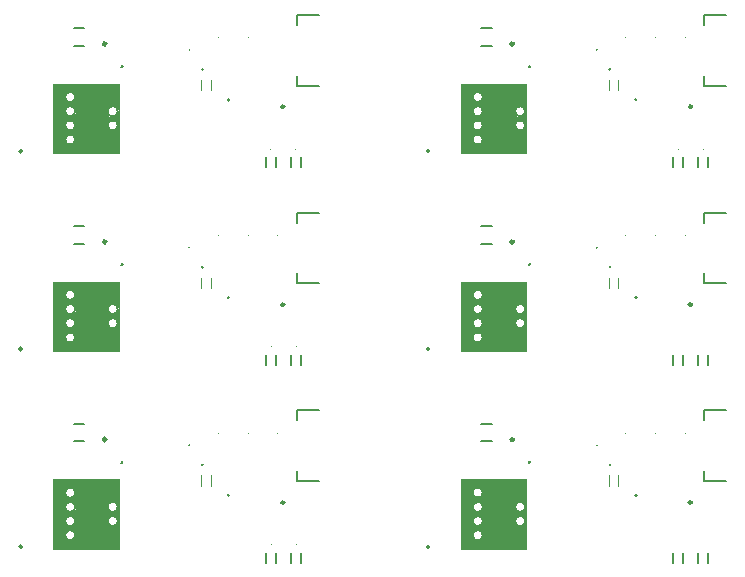
<source format=gbr>
%TF.GenerationSoftware,KiCad,Pcbnew,(5.1.9)-1*%
%TF.CreationDate,2021-11-10T23:35:07-06:00*%
%TF.ProjectId,CC_BT_PANELIZED,43435f42-545f-4504-914e-454c495a4544,000*%
%TF.SameCoordinates,Original*%
%TF.FileFunction,Legend,Top*%
%TF.FilePolarity,Positive*%
%FSLAX46Y46*%
G04 Gerber Fmt 4.6, Leading zero omitted, Abs format (unit mm)*
G04 Created by KiCad (PCBNEW (5.1.9)-1) date 2021-11-10 23:35:07*
%MOMM*%
%LPD*%
G01*
G04 APERTURE LIST*
%ADD10C,0.100000*%
%ADD11C,0.150000*%
%ADD12C,0.120000*%
%ADD13C,0.250000*%
%ADD14C,0.152400*%
%ADD15C,0.200000*%
%ADD16C,0.300000*%
%ADD17C,0.127000*%
G04 APERTURE END LIST*
D10*
G36*
X108410000Y-80530000D02*
G01*
X108840000Y-80330000D01*
X108840000Y-80960000D01*
X108400000Y-80800000D01*
X107950000Y-80970000D01*
X107950000Y-80300000D01*
X108410000Y-80530000D01*
G37*
X108410000Y-80530000D02*
X108840000Y-80330000D01*
X108840000Y-80960000D01*
X108400000Y-80800000D01*
X107950000Y-80970000D01*
X107950000Y-80300000D01*
X108410000Y-80530000D01*
G36*
X73910000Y-80530000D02*
G01*
X74340000Y-80330000D01*
X74340000Y-80960000D01*
X73900000Y-80800000D01*
X73450000Y-80970000D01*
X73450000Y-80300000D01*
X73910000Y-80530000D01*
G37*
X73910000Y-80530000D02*
X74340000Y-80330000D01*
X74340000Y-80960000D01*
X73900000Y-80800000D01*
X73450000Y-80970000D01*
X73450000Y-80300000D01*
X73910000Y-80530000D01*
G36*
X108410000Y-63780000D02*
G01*
X108840000Y-63580000D01*
X108840000Y-64210000D01*
X108400000Y-64050000D01*
X107950000Y-64220000D01*
X107950000Y-63550000D01*
X108410000Y-63780000D01*
G37*
X108410000Y-63780000D02*
X108840000Y-63580000D01*
X108840000Y-64210000D01*
X108400000Y-64050000D01*
X107950000Y-64220000D01*
X107950000Y-63550000D01*
X108410000Y-63780000D01*
G36*
X73910000Y-63780000D02*
G01*
X74340000Y-63580000D01*
X74340000Y-64210000D01*
X73900000Y-64050000D01*
X73450000Y-64220000D01*
X73450000Y-63550000D01*
X73910000Y-63780000D01*
G37*
X73910000Y-63780000D02*
X74340000Y-63580000D01*
X74340000Y-64210000D01*
X73900000Y-64050000D01*
X73450000Y-64220000D01*
X73450000Y-63550000D01*
X73910000Y-63780000D01*
G36*
X108410000Y-47030000D02*
G01*
X108840000Y-46830000D01*
X108840000Y-47460000D01*
X108400000Y-47300000D01*
X107950000Y-47470000D01*
X107950000Y-46800000D01*
X108410000Y-47030000D01*
G37*
X108410000Y-47030000D02*
X108840000Y-46830000D01*
X108840000Y-47460000D01*
X108400000Y-47300000D01*
X107950000Y-47470000D01*
X107950000Y-46800000D01*
X108410000Y-47030000D01*
G36*
X110040000Y-81960000D02*
G01*
X108820000Y-81960000D01*
X108820000Y-80550000D01*
X110040000Y-80550000D01*
X110040000Y-81960000D01*
G37*
X110040000Y-81960000D02*
X108820000Y-81960000D01*
X108820000Y-80550000D01*
X110040000Y-80550000D01*
X110040000Y-81960000D01*
G36*
X75540000Y-81960000D02*
G01*
X74320000Y-81960000D01*
X74320000Y-80550000D01*
X75540000Y-80550000D01*
X75540000Y-81960000D01*
G37*
X75540000Y-81960000D02*
X74320000Y-81960000D01*
X74320000Y-80550000D01*
X75540000Y-80550000D01*
X75540000Y-81960000D01*
G36*
X110040000Y-65210000D02*
G01*
X108820000Y-65210000D01*
X108820000Y-63800000D01*
X110040000Y-63800000D01*
X110040000Y-65210000D01*
G37*
X110040000Y-65210000D02*
X108820000Y-65210000D01*
X108820000Y-63800000D01*
X110040000Y-63800000D01*
X110040000Y-65210000D01*
G36*
X75540000Y-65210000D02*
G01*
X74320000Y-65210000D01*
X74320000Y-63800000D01*
X75540000Y-63800000D01*
X75540000Y-65210000D01*
G37*
X75540000Y-65210000D02*
X74320000Y-65210000D01*
X74320000Y-63800000D01*
X75540000Y-63800000D01*
X75540000Y-65210000D01*
G36*
X110040000Y-48460000D02*
G01*
X108820000Y-48460000D01*
X108820000Y-47050000D01*
X110040000Y-47050000D01*
X110040000Y-48460000D01*
G37*
X110040000Y-48460000D02*
X108820000Y-48460000D01*
X108820000Y-47050000D01*
X110040000Y-47050000D01*
X110040000Y-48460000D01*
D11*
X108830000Y-82460000D02*
G75*
G03*
X108830000Y-82460000I-430000J0D01*
G01*
X74330000Y-82460000D02*
G75*
G03*
X74330000Y-82460000I-430000J0D01*
G01*
X108830000Y-65710000D02*
G75*
G03*
X108830000Y-65710000I-430000J0D01*
G01*
X74330000Y-65710000D02*
G75*
G03*
X74330000Y-65710000I-430000J0D01*
G01*
X108830000Y-48960000D02*
G75*
G03*
X108830000Y-48960000I-430000J0D01*
G01*
X108830000Y-80060000D02*
G75*
G03*
X108830000Y-80060000I-430000J0D01*
G01*
X74330000Y-80060000D02*
G75*
G03*
X74330000Y-80060000I-430000J0D01*
G01*
X108830000Y-63310000D02*
G75*
G03*
X108830000Y-63310000I-430000J0D01*
G01*
X74330000Y-63310000D02*
G75*
G03*
X74330000Y-63310000I-430000J0D01*
G01*
X108830000Y-46560000D02*
G75*
G03*
X108830000Y-46560000I-430000J0D01*
G01*
D10*
G36*
X111540000Y-83640000D02*
G01*
X109750000Y-83640000D01*
X109780000Y-77730000D01*
X111510000Y-77730000D01*
X111540000Y-83640000D01*
G37*
X111540000Y-83640000D02*
X109750000Y-83640000D01*
X109780000Y-77730000D01*
X111510000Y-77730000D01*
X111540000Y-83640000D01*
G36*
X77040000Y-83640000D02*
G01*
X75250000Y-83640000D01*
X75280000Y-77730000D01*
X77010000Y-77730000D01*
X77040000Y-83640000D01*
G37*
X77040000Y-83640000D02*
X75250000Y-83640000D01*
X75280000Y-77730000D01*
X77010000Y-77730000D01*
X77040000Y-83640000D01*
G36*
X111540000Y-66890000D02*
G01*
X109750000Y-66890000D01*
X109780000Y-60980000D01*
X111510000Y-60980000D01*
X111540000Y-66890000D01*
G37*
X111540000Y-66890000D02*
X109750000Y-66890000D01*
X109780000Y-60980000D01*
X111510000Y-60980000D01*
X111540000Y-66890000D01*
G36*
X77040000Y-66890000D02*
G01*
X75250000Y-66890000D01*
X75280000Y-60980000D01*
X77010000Y-60980000D01*
X77040000Y-66890000D01*
G37*
X77040000Y-66890000D02*
X75250000Y-66890000D01*
X75280000Y-60980000D01*
X77010000Y-60980000D01*
X77040000Y-66890000D01*
G36*
X111540000Y-50140000D02*
G01*
X109750000Y-50140000D01*
X109780000Y-44230000D01*
X111510000Y-44230000D01*
X111540000Y-50140000D01*
G37*
X111540000Y-50140000D02*
X109750000Y-50140000D01*
X109780000Y-44230000D01*
X111510000Y-44230000D01*
X111540000Y-50140000D01*
G36*
X107950000Y-83640000D02*
G01*
X106970000Y-83640000D01*
X106970000Y-77730000D01*
X107940000Y-77730000D01*
X107950000Y-83640000D01*
G37*
X107950000Y-83640000D02*
X106970000Y-83640000D01*
X106970000Y-77730000D01*
X107940000Y-77730000D01*
X107950000Y-83640000D01*
G36*
X73450000Y-83640000D02*
G01*
X72470000Y-83640000D01*
X72470000Y-77730000D01*
X73440000Y-77730000D01*
X73450000Y-83640000D01*
G37*
X73450000Y-83640000D02*
X72470000Y-83640000D01*
X72470000Y-77730000D01*
X73440000Y-77730000D01*
X73450000Y-83640000D01*
G36*
X107950000Y-66890000D02*
G01*
X106970000Y-66890000D01*
X106970000Y-60980000D01*
X107940000Y-60980000D01*
X107950000Y-66890000D01*
G37*
X107950000Y-66890000D02*
X106970000Y-66890000D01*
X106970000Y-60980000D01*
X107940000Y-60980000D01*
X107950000Y-66890000D01*
G36*
X73450000Y-66890000D02*
G01*
X72470000Y-66890000D01*
X72470000Y-60980000D01*
X73440000Y-60980000D01*
X73450000Y-66890000D01*
G37*
X73450000Y-66890000D02*
X72470000Y-66890000D01*
X72470000Y-60980000D01*
X73440000Y-60980000D01*
X73450000Y-66890000D01*
G36*
X107950000Y-50140000D02*
G01*
X106970000Y-50140000D01*
X106970000Y-44230000D01*
X107940000Y-44230000D01*
X107950000Y-50140000D01*
G37*
X107950000Y-50140000D02*
X106970000Y-50140000D01*
X106970000Y-44230000D01*
X107940000Y-44230000D01*
X107950000Y-50140000D01*
G36*
X109031250Y-78420000D02*
G01*
X108797402Y-78490000D01*
X108668750Y-78440000D01*
X107930000Y-78440000D01*
X107930000Y-77730000D01*
X109030000Y-77730000D01*
X109031250Y-78420000D01*
G37*
X109031250Y-78420000D02*
X108797402Y-78490000D01*
X108668750Y-78440000D01*
X107930000Y-78440000D01*
X107930000Y-77730000D01*
X109030000Y-77730000D01*
X109031250Y-78420000D01*
G36*
X74531250Y-78420000D02*
G01*
X74297402Y-78490000D01*
X74168750Y-78440000D01*
X73430000Y-78440000D01*
X73430000Y-77730000D01*
X74530000Y-77730000D01*
X74531250Y-78420000D01*
G37*
X74531250Y-78420000D02*
X74297402Y-78490000D01*
X74168750Y-78440000D01*
X73430000Y-78440000D01*
X73430000Y-77730000D01*
X74530000Y-77730000D01*
X74531250Y-78420000D01*
G36*
X109031250Y-61670000D02*
G01*
X108797402Y-61740000D01*
X108668750Y-61690000D01*
X107930000Y-61690000D01*
X107930000Y-60980000D01*
X109030000Y-60980000D01*
X109031250Y-61670000D01*
G37*
X109031250Y-61670000D02*
X108797402Y-61740000D01*
X108668750Y-61690000D01*
X107930000Y-61690000D01*
X107930000Y-60980000D01*
X109030000Y-60980000D01*
X109031250Y-61670000D01*
G36*
X74531250Y-61670000D02*
G01*
X74297402Y-61740000D01*
X74168750Y-61690000D01*
X73430000Y-61690000D01*
X73430000Y-60980000D01*
X74530000Y-60980000D01*
X74531250Y-61670000D01*
G37*
X74531250Y-61670000D02*
X74297402Y-61740000D01*
X74168750Y-61690000D01*
X73430000Y-61690000D01*
X73430000Y-60980000D01*
X74530000Y-60980000D01*
X74531250Y-61670000D01*
G36*
X109031250Y-44920000D02*
G01*
X108797402Y-44990000D01*
X108668750Y-44940000D01*
X107930000Y-44940000D01*
X107930000Y-44230000D01*
X109030000Y-44230000D01*
X109031250Y-44920000D01*
G37*
X109031250Y-44920000D02*
X108797402Y-44990000D01*
X108668750Y-44940000D01*
X107930000Y-44940000D01*
X107930000Y-44230000D01*
X109030000Y-44230000D01*
X109031250Y-44920000D01*
D11*
X108830000Y-78860000D02*
G75*
G03*
X108830000Y-78860000I-430000J0D01*
G01*
X74330000Y-78860000D02*
G75*
G03*
X74330000Y-78860000I-430000J0D01*
G01*
X108830000Y-62110000D02*
G75*
G03*
X108830000Y-62110000I-430000J0D01*
G01*
X74330000Y-62110000D02*
G75*
G03*
X74330000Y-62110000I-430000J0D01*
G01*
X108830000Y-45360000D02*
G75*
G03*
X108830000Y-45360000I-430000J0D01*
G01*
X108830000Y-81260000D02*
G75*
G03*
X108830000Y-81260000I-430000J0D01*
G01*
X74330000Y-81260000D02*
G75*
G03*
X74330000Y-81260000I-430000J0D01*
G01*
X108830000Y-64510000D02*
G75*
G03*
X108830000Y-64510000I-430000J0D01*
G01*
X74330000Y-64510000D02*
G75*
G03*
X74330000Y-64510000I-430000J0D01*
G01*
X108830000Y-47760000D02*
G75*
G03*
X108830000Y-47760000I-430000J0D01*
G01*
D10*
G36*
X109150000Y-78650000D02*
G01*
X109165000Y-79095000D01*
X109495000Y-79325000D01*
X109860000Y-79240000D01*
X110080000Y-79060000D01*
X110080000Y-80710000D01*
X109690000Y-80760000D01*
X108850000Y-80760000D01*
X108830000Y-78640000D01*
X109150000Y-78650000D01*
G37*
X109150000Y-78650000D02*
X109165000Y-79095000D01*
X109495000Y-79325000D01*
X109860000Y-79240000D01*
X110080000Y-79060000D01*
X110080000Y-80710000D01*
X109690000Y-80760000D01*
X108850000Y-80760000D01*
X108830000Y-78640000D01*
X109150000Y-78650000D01*
G36*
X74650000Y-78650000D02*
G01*
X74665000Y-79095000D01*
X74995000Y-79325000D01*
X75360000Y-79240000D01*
X75580000Y-79060000D01*
X75580000Y-80710000D01*
X75190000Y-80760000D01*
X74350000Y-80760000D01*
X74330000Y-78640000D01*
X74650000Y-78650000D01*
G37*
X74650000Y-78650000D02*
X74665000Y-79095000D01*
X74995000Y-79325000D01*
X75360000Y-79240000D01*
X75580000Y-79060000D01*
X75580000Y-80710000D01*
X75190000Y-80760000D01*
X74350000Y-80760000D01*
X74330000Y-78640000D01*
X74650000Y-78650000D01*
G36*
X109150000Y-61900000D02*
G01*
X109165000Y-62345000D01*
X109495000Y-62575000D01*
X109860000Y-62490000D01*
X110080000Y-62310000D01*
X110080000Y-63960000D01*
X109690000Y-64010000D01*
X108850000Y-64010000D01*
X108830000Y-61890000D01*
X109150000Y-61900000D01*
G37*
X109150000Y-61900000D02*
X109165000Y-62345000D01*
X109495000Y-62575000D01*
X109860000Y-62490000D01*
X110080000Y-62310000D01*
X110080000Y-63960000D01*
X109690000Y-64010000D01*
X108850000Y-64010000D01*
X108830000Y-61890000D01*
X109150000Y-61900000D01*
G36*
X74650000Y-61900000D02*
G01*
X74665000Y-62345000D01*
X74995000Y-62575000D01*
X75360000Y-62490000D01*
X75580000Y-62310000D01*
X75580000Y-63960000D01*
X75190000Y-64010000D01*
X74350000Y-64010000D01*
X74330000Y-61890000D01*
X74650000Y-61900000D01*
G37*
X74650000Y-61900000D02*
X74665000Y-62345000D01*
X74995000Y-62575000D01*
X75360000Y-62490000D01*
X75580000Y-62310000D01*
X75580000Y-63960000D01*
X75190000Y-64010000D01*
X74350000Y-64010000D01*
X74330000Y-61890000D01*
X74650000Y-61900000D01*
G36*
X109150000Y-45150000D02*
G01*
X109165000Y-45595000D01*
X109495000Y-45825000D01*
X109860000Y-45740000D01*
X110080000Y-45560000D01*
X110080000Y-47210000D01*
X109690000Y-47260000D01*
X108850000Y-47260000D01*
X108830000Y-45140000D01*
X109150000Y-45150000D01*
G37*
X109150000Y-45150000D02*
X109165000Y-45595000D01*
X109495000Y-45825000D01*
X109860000Y-45740000D01*
X110080000Y-45560000D01*
X110080000Y-47210000D01*
X109690000Y-47260000D01*
X108850000Y-47260000D01*
X108830000Y-45140000D01*
X109150000Y-45150000D01*
G36*
X108210000Y-82900000D02*
G01*
X108340000Y-83030000D01*
X107860000Y-82970000D01*
X107930000Y-82640000D01*
X108210000Y-82900000D01*
G37*
X108210000Y-82900000D02*
X108340000Y-83030000D01*
X107860000Y-82970000D01*
X107930000Y-82640000D01*
X108210000Y-82900000D01*
G36*
X73710000Y-82900000D02*
G01*
X73840000Y-83030000D01*
X73360000Y-82970000D01*
X73430000Y-82640000D01*
X73710000Y-82900000D01*
G37*
X73710000Y-82900000D02*
X73840000Y-83030000D01*
X73360000Y-82970000D01*
X73430000Y-82640000D01*
X73710000Y-82900000D01*
G36*
X108210000Y-66150000D02*
G01*
X108340000Y-66280000D01*
X107860000Y-66220000D01*
X107930000Y-65890000D01*
X108210000Y-66150000D01*
G37*
X108210000Y-66150000D02*
X108340000Y-66280000D01*
X107860000Y-66220000D01*
X107930000Y-65890000D01*
X108210000Y-66150000D01*
G36*
X73710000Y-66150000D02*
G01*
X73840000Y-66280000D01*
X73360000Y-66220000D01*
X73430000Y-65890000D01*
X73710000Y-66150000D01*
G37*
X73710000Y-66150000D02*
X73840000Y-66280000D01*
X73360000Y-66220000D01*
X73430000Y-65890000D01*
X73710000Y-66150000D01*
G36*
X108210000Y-49400000D02*
G01*
X108340000Y-49530000D01*
X107860000Y-49470000D01*
X107930000Y-49140000D01*
X108210000Y-49400000D01*
G37*
X108210000Y-49400000D02*
X108340000Y-49530000D01*
X107860000Y-49470000D01*
X107930000Y-49140000D01*
X108210000Y-49400000D01*
G36*
X108110000Y-78420000D02*
G01*
X107980000Y-78620000D01*
X107940000Y-78410000D01*
X108110000Y-78420000D01*
G37*
X108110000Y-78420000D02*
X107980000Y-78620000D01*
X107940000Y-78410000D01*
X108110000Y-78420000D01*
G36*
X73610000Y-78420000D02*
G01*
X73480000Y-78620000D01*
X73440000Y-78410000D01*
X73610000Y-78420000D01*
G37*
X73610000Y-78420000D02*
X73480000Y-78620000D01*
X73440000Y-78410000D01*
X73610000Y-78420000D01*
G36*
X108110000Y-61670000D02*
G01*
X107980000Y-61870000D01*
X107940000Y-61660000D01*
X108110000Y-61670000D01*
G37*
X108110000Y-61670000D02*
X107980000Y-61870000D01*
X107940000Y-61660000D01*
X108110000Y-61670000D01*
G36*
X73610000Y-61670000D02*
G01*
X73480000Y-61870000D01*
X73440000Y-61660000D01*
X73610000Y-61670000D01*
G37*
X73610000Y-61670000D02*
X73480000Y-61870000D01*
X73440000Y-61660000D01*
X73610000Y-61670000D01*
G36*
X108110000Y-44920000D02*
G01*
X107980000Y-45120000D01*
X107940000Y-44910000D01*
X108110000Y-44920000D01*
G37*
X108110000Y-44920000D02*
X107980000Y-45120000D01*
X107940000Y-44910000D01*
X108110000Y-44920000D01*
G36*
X110120000Y-78710000D02*
G01*
X110120000Y-79260000D01*
X109590000Y-79290000D01*
X109260000Y-79280000D01*
X108900000Y-78870000D01*
X108700000Y-78500000D01*
X108695000Y-77730000D01*
X110165000Y-77730000D01*
X110120000Y-78710000D01*
G37*
X110120000Y-78710000D02*
X110120000Y-79260000D01*
X109590000Y-79290000D01*
X109260000Y-79280000D01*
X108900000Y-78870000D01*
X108700000Y-78500000D01*
X108695000Y-77730000D01*
X110165000Y-77730000D01*
X110120000Y-78710000D01*
G36*
X75620000Y-78710000D02*
G01*
X75620000Y-79260000D01*
X75090000Y-79290000D01*
X74760000Y-79280000D01*
X74400000Y-78870000D01*
X74200000Y-78500000D01*
X74195000Y-77730000D01*
X75665000Y-77730000D01*
X75620000Y-78710000D01*
G37*
X75620000Y-78710000D02*
X75620000Y-79260000D01*
X75090000Y-79290000D01*
X74760000Y-79280000D01*
X74400000Y-78870000D01*
X74200000Y-78500000D01*
X74195000Y-77730000D01*
X75665000Y-77730000D01*
X75620000Y-78710000D01*
G36*
X110120000Y-61960000D02*
G01*
X110120000Y-62510000D01*
X109590000Y-62540000D01*
X109260000Y-62530000D01*
X108900000Y-62120000D01*
X108700000Y-61750000D01*
X108695000Y-60980000D01*
X110165000Y-60980000D01*
X110120000Y-61960000D01*
G37*
X110120000Y-61960000D02*
X110120000Y-62510000D01*
X109590000Y-62540000D01*
X109260000Y-62530000D01*
X108900000Y-62120000D01*
X108700000Y-61750000D01*
X108695000Y-60980000D01*
X110165000Y-60980000D01*
X110120000Y-61960000D01*
G36*
X75620000Y-61960000D02*
G01*
X75620000Y-62510000D01*
X75090000Y-62540000D01*
X74760000Y-62530000D01*
X74400000Y-62120000D01*
X74200000Y-61750000D01*
X74195000Y-60980000D01*
X75665000Y-60980000D01*
X75620000Y-61960000D01*
G37*
X75620000Y-61960000D02*
X75620000Y-62510000D01*
X75090000Y-62540000D01*
X74760000Y-62530000D01*
X74400000Y-62120000D01*
X74200000Y-61750000D01*
X74195000Y-60980000D01*
X75665000Y-60980000D01*
X75620000Y-61960000D01*
G36*
X110120000Y-45210000D02*
G01*
X110120000Y-45760000D01*
X109590000Y-45790000D01*
X109260000Y-45780000D01*
X108900000Y-45370000D01*
X108700000Y-45000000D01*
X108695000Y-44230000D01*
X110165000Y-44230000D01*
X110120000Y-45210000D01*
G37*
X110120000Y-45210000D02*
X110120000Y-45760000D01*
X109590000Y-45790000D01*
X109260000Y-45780000D01*
X108900000Y-45370000D01*
X108700000Y-45000000D01*
X108695000Y-44230000D01*
X110165000Y-44230000D01*
X110120000Y-45210000D01*
G36*
X112520000Y-83640000D02*
G01*
X111440000Y-83640000D01*
X111420000Y-81400000D01*
X111850000Y-81670000D01*
X112180000Y-81680000D01*
X112420000Y-81410000D01*
X112380000Y-81020000D01*
X112125000Y-80755000D01*
X111775000Y-80825000D01*
X111450000Y-81040000D01*
X111450000Y-80240000D01*
X111680000Y-80520000D01*
X112330000Y-80470000D01*
X112520000Y-79930000D01*
X112520000Y-83640000D01*
G37*
X112520000Y-83640000D02*
X111440000Y-83640000D01*
X111420000Y-81400000D01*
X111850000Y-81670000D01*
X112180000Y-81680000D01*
X112420000Y-81410000D01*
X112380000Y-81020000D01*
X112125000Y-80755000D01*
X111775000Y-80825000D01*
X111450000Y-81040000D01*
X111450000Y-80240000D01*
X111680000Y-80520000D01*
X112330000Y-80470000D01*
X112520000Y-79930000D01*
X112520000Y-83640000D01*
G36*
X78020000Y-83640000D02*
G01*
X76940000Y-83640000D01*
X76920000Y-81400000D01*
X77350000Y-81670000D01*
X77680000Y-81680000D01*
X77920000Y-81410000D01*
X77880000Y-81020000D01*
X77625000Y-80755000D01*
X77275000Y-80825000D01*
X76950000Y-81040000D01*
X76950000Y-80240000D01*
X77180000Y-80520000D01*
X77830000Y-80470000D01*
X78020000Y-79930000D01*
X78020000Y-83640000D01*
G37*
X78020000Y-83640000D02*
X76940000Y-83640000D01*
X76920000Y-81400000D01*
X77350000Y-81670000D01*
X77680000Y-81680000D01*
X77920000Y-81410000D01*
X77880000Y-81020000D01*
X77625000Y-80755000D01*
X77275000Y-80825000D01*
X76950000Y-81040000D01*
X76950000Y-80240000D01*
X77180000Y-80520000D01*
X77830000Y-80470000D01*
X78020000Y-79930000D01*
X78020000Y-83640000D01*
G36*
X112520000Y-66890000D02*
G01*
X111440000Y-66890000D01*
X111420000Y-64650000D01*
X111850000Y-64920000D01*
X112180000Y-64930000D01*
X112420000Y-64660000D01*
X112380000Y-64270000D01*
X112125000Y-64005000D01*
X111775000Y-64075000D01*
X111450000Y-64290000D01*
X111450000Y-63490000D01*
X111680000Y-63770000D01*
X112330000Y-63720000D01*
X112520000Y-63180000D01*
X112520000Y-66890000D01*
G37*
X112520000Y-66890000D02*
X111440000Y-66890000D01*
X111420000Y-64650000D01*
X111850000Y-64920000D01*
X112180000Y-64930000D01*
X112420000Y-64660000D01*
X112380000Y-64270000D01*
X112125000Y-64005000D01*
X111775000Y-64075000D01*
X111450000Y-64290000D01*
X111450000Y-63490000D01*
X111680000Y-63770000D01*
X112330000Y-63720000D01*
X112520000Y-63180000D01*
X112520000Y-66890000D01*
G36*
X78020000Y-66890000D02*
G01*
X76940000Y-66890000D01*
X76920000Y-64650000D01*
X77350000Y-64920000D01*
X77680000Y-64930000D01*
X77920000Y-64660000D01*
X77880000Y-64270000D01*
X77625000Y-64005000D01*
X77275000Y-64075000D01*
X76950000Y-64290000D01*
X76950000Y-63490000D01*
X77180000Y-63770000D01*
X77830000Y-63720000D01*
X78020000Y-63180000D01*
X78020000Y-66890000D01*
G37*
X78020000Y-66890000D02*
X76940000Y-66890000D01*
X76920000Y-64650000D01*
X77350000Y-64920000D01*
X77680000Y-64930000D01*
X77920000Y-64660000D01*
X77880000Y-64270000D01*
X77625000Y-64005000D01*
X77275000Y-64075000D01*
X76950000Y-64290000D01*
X76950000Y-63490000D01*
X77180000Y-63770000D01*
X77830000Y-63720000D01*
X78020000Y-63180000D01*
X78020000Y-66890000D01*
G36*
X112520000Y-50140000D02*
G01*
X111440000Y-50140000D01*
X111420000Y-47900000D01*
X111850000Y-48170000D01*
X112180000Y-48180000D01*
X112420000Y-47910000D01*
X112380000Y-47520000D01*
X112125000Y-47255000D01*
X111775000Y-47325000D01*
X111450000Y-47540000D01*
X111450000Y-46740000D01*
X111680000Y-47020000D01*
X112330000Y-46970000D01*
X112520000Y-46430000D01*
X112520000Y-50140000D01*
G37*
X112520000Y-50140000D02*
X111440000Y-50140000D01*
X111420000Y-47900000D01*
X111850000Y-48170000D01*
X112180000Y-48180000D01*
X112420000Y-47910000D01*
X112380000Y-47520000D01*
X112125000Y-47255000D01*
X111775000Y-47325000D01*
X111450000Y-47540000D01*
X111450000Y-46740000D01*
X111680000Y-47020000D01*
X112330000Y-46970000D01*
X112520000Y-46430000D01*
X112520000Y-50140000D01*
G36*
X112520000Y-79930000D02*
G01*
X112430000Y-79860000D01*
X112250000Y-79670000D01*
X112040000Y-79590000D01*
X111720000Y-79670000D01*
X111520000Y-79830000D01*
X111520000Y-77730000D01*
X112520000Y-77730000D01*
X112520000Y-79930000D01*
G37*
X112520000Y-79930000D02*
X112430000Y-79860000D01*
X112250000Y-79670000D01*
X112040000Y-79590000D01*
X111720000Y-79670000D01*
X111520000Y-79830000D01*
X111520000Y-77730000D01*
X112520000Y-77730000D01*
X112520000Y-79930000D01*
G36*
X78020000Y-79930000D02*
G01*
X77930000Y-79860000D01*
X77750000Y-79670000D01*
X77540000Y-79590000D01*
X77220000Y-79670000D01*
X77020000Y-79830000D01*
X77020000Y-77730000D01*
X78020000Y-77730000D01*
X78020000Y-79930000D01*
G37*
X78020000Y-79930000D02*
X77930000Y-79860000D01*
X77750000Y-79670000D01*
X77540000Y-79590000D01*
X77220000Y-79670000D01*
X77020000Y-79830000D01*
X77020000Y-77730000D01*
X78020000Y-77730000D01*
X78020000Y-79930000D01*
G36*
X112520000Y-63180000D02*
G01*
X112430000Y-63110000D01*
X112250000Y-62920000D01*
X112040000Y-62840000D01*
X111720000Y-62920000D01*
X111520000Y-63080000D01*
X111520000Y-60980000D01*
X112520000Y-60980000D01*
X112520000Y-63180000D01*
G37*
X112520000Y-63180000D02*
X112430000Y-63110000D01*
X112250000Y-62920000D01*
X112040000Y-62840000D01*
X111720000Y-62920000D01*
X111520000Y-63080000D01*
X111520000Y-60980000D01*
X112520000Y-60980000D01*
X112520000Y-63180000D01*
G36*
X78020000Y-63180000D02*
G01*
X77930000Y-63110000D01*
X77750000Y-62920000D01*
X77540000Y-62840000D01*
X77220000Y-62920000D01*
X77020000Y-63080000D01*
X77020000Y-60980000D01*
X78020000Y-60980000D01*
X78020000Y-63180000D01*
G37*
X78020000Y-63180000D02*
X77930000Y-63110000D01*
X77750000Y-62920000D01*
X77540000Y-62840000D01*
X77220000Y-62920000D01*
X77020000Y-63080000D01*
X77020000Y-60980000D01*
X78020000Y-60980000D01*
X78020000Y-63180000D01*
G36*
X112520000Y-46430000D02*
G01*
X112430000Y-46360000D01*
X112250000Y-46170000D01*
X112040000Y-46090000D01*
X111720000Y-46170000D01*
X111520000Y-46330000D01*
X111520000Y-44230000D01*
X112520000Y-44230000D01*
X112520000Y-46430000D01*
G37*
X112520000Y-46430000D02*
X112430000Y-46360000D01*
X112250000Y-46170000D01*
X112040000Y-46090000D01*
X111720000Y-46170000D01*
X111520000Y-46330000D01*
X111520000Y-44230000D01*
X112520000Y-44230000D01*
X112520000Y-46430000D01*
G36*
X110060000Y-81800000D02*
G01*
X110040000Y-82970000D01*
X108550000Y-82930000D01*
X108830000Y-82620000D01*
X108840000Y-82300000D01*
X108640000Y-82050000D01*
X108320000Y-82000000D01*
X107950000Y-82230000D01*
X107930000Y-81750000D01*
X110060000Y-81800000D01*
G37*
X110060000Y-81800000D02*
X110040000Y-82970000D01*
X108550000Y-82930000D01*
X108830000Y-82620000D01*
X108840000Y-82300000D01*
X108640000Y-82050000D01*
X108320000Y-82000000D01*
X107950000Y-82230000D01*
X107930000Y-81750000D01*
X110060000Y-81800000D01*
G36*
X75560000Y-81800000D02*
G01*
X75540000Y-82970000D01*
X74050000Y-82930000D01*
X74330000Y-82620000D01*
X74340000Y-82300000D01*
X74140000Y-82050000D01*
X73820000Y-82000000D01*
X73450000Y-82230000D01*
X73430000Y-81750000D01*
X75560000Y-81800000D01*
G37*
X75560000Y-81800000D02*
X75540000Y-82970000D01*
X74050000Y-82930000D01*
X74330000Y-82620000D01*
X74340000Y-82300000D01*
X74140000Y-82050000D01*
X73820000Y-82000000D01*
X73450000Y-82230000D01*
X73430000Y-81750000D01*
X75560000Y-81800000D01*
G36*
X110060000Y-65050000D02*
G01*
X110040000Y-66220000D01*
X108550000Y-66180000D01*
X108830000Y-65870000D01*
X108840000Y-65550000D01*
X108640000Y-65300000D01*
X108320000Y-65250000D01*
X107950000Y-65480000D01*
X107930000Y-65000000D01*
X110060000Y-65050000D01*
G37*
X110060000Y-65050000D02*
X110040000Y-66220000D01*
X108550000Y-66180000D01*
X108830000Y-65870000D01*
X108840000Y-65550000D01*
X108640000Y-65300000D01*
X108320000Y-65250000D01*
X107950000Y-65480000D01*
X107930000Y-65000000D01*
X110060000Y-65050000D01*
G36*
X75560000Y-65050000D02*
G01*
X75540000Y-66220000D01*
X74050000Y-66180000D01*
X74330000Y-65870000D01*
X74340000Y-65550000D01*
X74140000Y-65300000D01*
X73820000Y-65250000D01*
X73450000Y-65480000D01*
X73430000Y-65000000D01*
X75560000Y-65050000D01*
G37*
X75560000Y-65050000D02*
X75540000Y-66220000D01*
X74050000Y-66180000D01*
X74330000Y-65870000D01*
X74340000Y-65550000D01*
X74140000Y-65300000D01*
X73820000Y-65250000D01*
X73450000Y-65480000D01*
X73430000Y-65000000D01*
X75560000Y-65050000D01*
G36*
X110060000Y-48300000D02*
G01*
X110040000Y-49470000D01*
X108550000Y-49430000D01*
X108830000Y-49120000D01*
X108840000Y-48800000D01*
X108640000Y-48550000D01*
X108320000Y-48500000D01*
X107950000Y-48730000D01*
X107930000Y-48250000D01*
X110060000Y-48300000D01*
G37*
X110060000Y-48300000D02*
X110040000Y-49470000D01*
X108550000Y-49430000D01*
X108830000Y-49120000D01*
X108840000Y-48800000D01*
X108640000Y-48550000D01*
X108320000Y-48500000D01*
X107950000Y-48730000D01*
X107930000Y-48250000D01*
X110060000Y-48300000D01*
D11*
X112430000Y-81260000D02*
G75*
G03*
X112430000Y-81260000I-430000J0D01*
G01*
X77930000Y-81260000D02*
G75*
G03*
X77930000Y-81260000I-430000J0D01*
G01*
X112430000Y-64510000D02*
G75*
G03*
X112430000Y-64510000I-430000J0D01*
G01*
X77930000Y-64510000D02*
G75*
G03*
X77930000Y-64510000I-430000J0D01*
G01*
X112430000Y-47760000D02*
G75*
G03*
X112430000Y-47760000I-430000J0D01*
G01*
X112420000Y-80060000D02*
G75*
G03*
X112420000Y-80060000I-430000J0D01*
G01*
X77920000Y-80060000D02*
G75*
G03*
X77920000Y-80060000I-430000J0D01*
G01*
X112420000Y-63310000D02*
G75*
G03*
X112420000Y-63310000I-430000J0D01*
G01*
X77920000Y-63310000D02*
G75*
G03*
X77920000Y-63310000I-430000J0D01*
G01*
X112420000Y-46560000D02*
G75*
G03*
X112420000Y-46560000I-430000J0D01*
G01*
D10*
G36*
X110040000Y-82962500D02*
G01*
X110050000Y-83640000D01*
X107890000Y-83640000D01*
X107890000Y-82950000D01*
X110040000Y-82962500D01*
G37*
X110040000Y-82962500D02*
X110050000Y-83640000D01*
X107890000Y-83640000D01*
X107890000Y-82950000D01*
X110040000Y-82962500D01*
G36*
X75540000Y-82962500D02*
G01*
X75550000Y-83640000D01*
X73390000Y-83640000D01*
X73390000Y-82950000D01*
X75540000Y-82962500D01*
G37*
X75540000Y-82962500D02*
X75550000Y-83640000D01*
X73390000Y-83640000D01*
X73390000Y-82950000D01*
X75540000Y-82962500D01*
G36*
X110040000Y-66212500D02*
G01*
X110050000Y-66890000D01*
X107890000Y-66890000D01*
X107890000Y-66200000D01*
X110040000Y-66212500D01*
G37*
X110040000Y-66212500D02*
X110050000Y-66890000D01*
X107890000Y-66890000D01*
X107890000Y-66200000D01*
X110040000Y-66212500D01*
G36*
X75540000Y-66212500D02*
G01*
X75550000Y-66890000D01*
X73390000Y-66890000D01*
X73390000Y-66200000D01*
X75540000Y-66212500D01*
G37*
X75540000Y-66212500D02*
X75550000Y-66890000D01*
X73390000Y-66890000D01*
X73390000Y-66200000D01*
X75540000Y-66212500D01*
G36*
X110040000Y-49462500D02*
G01*
X110050000Y-50140000D01*
X107890000Y-50140000D01*
X107890000Y-49450000D01*
X110040000Y-49462500D01*
G37*
X110040000Y-49462500D02*
X110050000Y-50140000D01*
X107890000Y-50140000D01*
X107890000Y-49450000D01*
X110040000Y-49462500D01*
G36*
X108400000Y-81725000D02*
G01*
X108840000Y-81515000D01*
X108840000Y-81840000D01*
X107950000Y-81830000D01*
X107950000Y-81480000D01*
X108400000Y-81725000D01*
G37*
X108400000Y-81725000D02*
X108840000Y-81515000D01*
X108840000Y-81840000D01*
X107950000Y-81830000D01*
X107950000Y-81480000D01*
X108400000Y-81725000D01*
G36*
X73900000Y-81725000D02*
G01*
X74340000Y-81515000D01*
X74340000Y-81840000D01*
X73450000Y-81830000D01*
X73450000Y-81480000D01*
X73900000Y-81725000D01*
G37*
X73900000Y-81725000D02*
X74340000Y-81515000D01*
X74340000Y-81840000D01*
X73450000Y-81830000D01*
X73450000Y-81480000D01*
X73900000Y-81725000D01*
G36*
X108400000Y-64975000D02*
G01*
X108840000Y-64765000D01*
X108840000Y-65090000D01*
X107950000Y-65080000D01*
X107950000Y-64730000D01*
X108400000Y-64975000D01*
G37*
X108400000Y-64975000D02*
X108840000Y-64765000D01*
X108840000Y-65090000D01*
X107950000Y-65080000D01*
X107950000Y-64730000D01*
X108400000Y-64975000D01*
G36*
X73900000Y-64975000D02*
G01*
X74340000Y-64765000D01*
X74340000Y-65090000D01*
X73450000Y-65080000D01*
X73450000Y-64730000D01*
X73900000Y-64975000D01*
G37*
X73900000Y-64975000D02*
X74340000Y-64765000D01*
X74340000Y-65090000D01*
X73450000Y-65080000D01*
X73450000Y-64730000D01*
X73900000Y-64975000D01*
G36*
X108400000Y-48225000D02*
G01*
X108840000Y-48015000D01*
X108840000Y-48340000D01*
X107950000Y-48330000D01*
X107950000Y-47980000D01*
X108400000Y-48225000D01*
G37*
X108400000Y-48225000D02*
X108840000Y-48015000D01*
X108840000Y-48340000D01*
X107950000Y-48330000D01*
X107950000Y-47980000D01*
X108400000Y-48225000D01*
G36*
X108380000Y-79320000D02*
G01*
X108860000Y-79140000D01*
X108840000Y-79820000D01*
X108410000Y-79620000D01*
X107950000Y-79800000D01*
X107940000Y-79090000D01*
X108380000Y-79320000D01*
G37*
X108380000Y-79320000D02*
X108860000Y-79140000D01*
X108840000Y-79820000D01*
X108410000Y-79620000D01*
X107950000Y-79800000D01*
X107940000Y-79090000D01*
X108380000Y-79320000D01*
G36*
X73880000Y-79320000D02*
G01*
X74360000Y-79140000D01*
X74340000Y-79820000D01*
X73910000Y-79620000D01*
X73450000Y-79800000D01*
X73440000Y-79090000D01*
X73880000Y-79320000D01*
G37*
X73880000Y-79320000D02*
X74360000Y-79140000D01*
X74340000Y-79820000D01*
X73910000Y-79620000D01*
X73450000Y-79800000D01*
X73440000Y-79090000D01*
X73880000Y-79320000D01*
G36*
X108380000Y-62570000D02*
G01*
X108860000Y-62390000D01*
X108840000Y-63070000D01*
X108410000Y-62870000D01*
X107950000Y-63050000D01*
X107940000Y-62340000D01*
X108380000Y-62570000D01*
G37*
X108380000Y-62570000D02*
X108860000Y-62390000D01*
X108840000Y-63070000D01*
X108410000Y-62870000D01*
X107950000Y-63050000D01*
X107940000Y-62340000D01*
X108380000Y-62570000D01*
G36*
X73880000Y-62570000D02*
G01*
X74360000Y-62390000D01*
X74340000Y-63070000D01*
X73910000Y-62870000D01*
X73450000Y-63050000D01*
X73440000Y-62340000D01*
X73880000Y-62570000D01*
G37*
X73880000Y-62570000D02*
X74360000Y-62390000D01*
X74340000Y-63070000D01*
X73910000Y-62870000D01*
X73450000Y-63050000D01*
X73440000Y-62340000D01*
X73880000Y-62570000D01*
G36*
X108380000Y-45820000D02*
G01*
X108860000Y-45640000D01*
X108840000Y-46320000D01*
X108410000Y-46120000D01*
X107950000Y-46300000D01*
X107940000Y-45590000D01*
X108380000Y-45820000D01*
G37*
X108380000Y-45820000D02*
X108860000Y-45640000D01*
X108840000Y-46320000D01*
X108410000Y-46120000D01*
X107950000Y-46300000D01*
X107940000Y-45590000D01*
X108380000Y-45820000D01*
G36*
X73710000Y-49400000D02*
G01*
X73840000Y-49530000D01*
X73360000Y-49470000D01*
X73430000Y-49140000D01*
X73710000Y-49400000D01*
G37*
X73710000Y-49400000D02*
X73840000Y-49530000D01*
X73360000Y-49470000D01*
X73430000Y-49140000D01*
X73710000Y-49400000D01*
G36*
X75560000Y-48300000D02*
G01*
X75540000Y-49470000D01*
X74050000Y-49430000D01*
X74330000Y-49120000D01*
X74340000Y-48800000D01*
X74140000Y-48550000D01*
X73820000Y-48500000D01*
X73450000Y-48730000D01*
X73430000Y-48250000D01*
X75560000Y-48300000D01*
G37*
X75560000Y-48300000D02*
X75540000Y-49470000D01*
X74050000Y-49430000D01*
X74330000Y-49120000D01*
X74340000Y-48800000D01*
X74140000Y-48550000D01*
X73820000Y-48500000D01*
X73450000Y-48730000D01*
X73430000Y-48250000D01*
X75560000Y-48300000D01*
G36*
X75540000Y-49462500D02*
G01*
X75550000Y-50140000D01*
X73390000Y-50140000D01*
X73390000Y-49450000D01*
X75540000Y-49462500D01*
G37*
X75540000Y-49462500D02*
X75550000Y-50140000D01*
X73390000Y-50140000D01*
X73390000Y-49450000D01*
X75540000Y-49462500D01*
G36*
X78020000Y-46430000D02*
G01*
X77930000Y-46360000D01*
X77750000Y-46170000D01*
X77540000Y-46090000D01*
X77220000Y-46170000D01*
X77020000Y-46330000D01*
X77020000Y-44230000D01*
X78020000Y-44230000D01*
X78020000Y-46430000D01*
G37*
X78020000Y-46430000D02*
X77930000Y-46360000D01*
X77750000Y-46170000D01*
X77540000Y-46090000D01*
X77220000Y-46170000D01*
X77020000Y-46330000D01*
X77020000Y-44230000D01*
X78020000Y-44230000D01*
X78020000Y-46430000D01*
D11*
X77920000Y-46560000D02*
G75*
G03*
X77920000Y-46560000I-430000J0D01*
G01*
D10*
G36*
X78020000Y-50140000D02*
G01*
X76940000Y-50140000D01*
X76920000Y-47900000D01*
X77350000Y-48170000D01*
X77680000Y-48180000D01*
X77920000Y-47910000D01*
X77880000Y-47520000D01*
X77625000Y-47255000D01*
X77275000Y-47325000D01*
X76950000Y-47540000D01*
X76950000Y-46740000D01*
X77180000Y-47020000D01*
X77830000Y-46970000D01*
X78020000Y-46430000D01*
X78020000Y-50140000D01*
G37*
X78020000Y-50140000D02*
X76940000Y-50140000D01*
X76920000Y-47900000D01*
X77350000Y-48170000D01*
X77680000Y-48180000D01*
X77920000Y-47910000D01*
X77880000Y-47520000D01*
X77625000Y-47255000D01*
X77275000Y-47325000D01*
X76950000Y-47540000D01*
X76950000Y-46740000D01*
X77180000Y-47020000D01*
X77830000Y-46970000D01*
X78020000Y-46430000D01*
X78020000Y-50140000D01*
G36*
X75620000Y-45210000D02*
G01*
X75620000Y-45760000D01*
X75090000Y-45790000D01*
X74760000Y-45780000D01*
X74400000Y-45370000D01*
X74200000Y-45000000D01*
X74195000Y-44230000D01*
X75665000Y-44230000D01*
X75620000Y-45210000D01*
G37*
X75620000Y-45210000D02*
X75620000Y-45760000D01*
X75090000Y-45790000D01*
X74760000Y-45780000D01*
X74400000Y-45370000D01*
X74200000Y-45000000D01*
X74195000Y-44230000D01*
X75665000Y-44230000D01*
X75620000Y-45210000D01*
G36*
X74650000Y-45150000D02*
G01*
X74665000Y-45595000D01*
X74995000Y-45825000D01*
X75360000Y-45740000D01*
X75580000Y-45560000D01*
X75580000Y-47210000D01*
X75190000Y-47260000D01*
X74350000Y-47260000D01*
X74330000Y-45140000D01*
X74650000Y-45150000D01*
G37*
X74650000Y-45150000D02*
X74665000Y-45595000D01*
X74995000Y-45825000D01*
X75360000Y-45740000D01*
X75580000Y-45560000D01*
X75580000Y-47210000D01*
X75190000Y-47260000D01*
X74350000Y-47260000D01*
X74330000Y-45140000D01*
X74650000Y-45150000D01*
D11*
X77930000Y-47760000D02*
G75*
G03*
X77930000Y-47760000I-430000J0D01*
G01*
D10*
G36*
X73610000Y-44920000D02*
G01*
X73480000Y-45120000D01*
X73440000Y-44910000D01*
X73610000Y-44920000D01*
G37*
X73610000Y-44920000D02*
X73480000Y-45120000D01*
X73440000Y-44910000D01*
X73610000Y-44920000D01*
G36*
X73880000Y-45820000D02*
G01*
X74360000Y-45640000D01*
X74340000Y-46320000D01*
X73910000Y-46120000D01*
X73450000Y-46300000D01*
X73440000Y-45590000D01*
X73880000Y-45820000D01*
G37*
X73880000Y-45820000D02*
X74360000Y-45640000D01*
X74340000Y-46320000D01*
X73910000Y-46120000D01*
X73450000Y-46300000D01*
X73440000Y-45590000D01*
X73880000Y-45820000D01*
G36*
X73900000Y-48225000D02*
G01*
X74340000Y-48015000D01*
X74340000Y-48340000D01*
X73450000Y-48330000D01*
X73450000Y-47980000D01*
X73900000Y-48225000D01*
G37*
X73900000Y-48225000D02*
X74340000Y-48015000D01*
X74340000Y-48340000D01*
X73450000Y-48330000D01*
X73450000Y-47980000D01*
X73900000Y-48225000D01*
G36*
X73910000Y-47030000D02*
G01*
X74340000Y-46830000D01*
X74340000Y-47460000D01*
X73900000Y-47300000D01*
X73450000Y-47470000D01*
X73450000Y-46800000D01*
X73910000Y-47030000D01*
G37*
X73910000Y-47030000D02*
X74340000Y-46830000D01*
X74340000Y-47460000D01*
X73900000Y-47300000D01*
X73450000Y-47470000D01*
X73450000Y-46800000D01*
X73910000Y-47030000D01*
D11*
X74330000Y-48960000D02*
G75*
G03*
X74330000Y-48960000I-430000J0D01*
G01*
X74330000Y-45360000D02*
G75*
G03*
X74330000Y-45360000I-430000J0D01*
G01*
X74330000Y-46560000D02*
G75*
G03*
X74330000Y-46560000I-430000J0D01*
G01*
X74330000Y-47760000D02*
G75*
G03*
X74330000Y-47760000I-430000J0D01*
G01*
D10*
G36*
X75540000Y-48460000D02*
G01*
X74320000Y-48460000D01*
X74320000Y-47050000D01*
X75540000Y-47050000D01*
X75540000Y-48460000D01*
G37*
X75540000Y-48460000D02*
X74320000Y-48460000D01*
X74320000Y-47050000D01*
X75540000Y-47050000D01*
X75540000Y-48460000D01*
G36*
X74531250Y-44920000D02*
G01*
X74297402Y-44990000D01*
X74168750Y-44940000D01*
X73430000Y-44940000D01*
X73430000Y-44230000D01*
X74530000Y-44230000D01*
X74531250Y-44920000D01*
G37*
X74531250Y-44920000D02*
X74297402Y-44990000D01*
X74168750Y-44940000D01*
X73430000Y-44940000D01*
X73430000Y-44230000D01*
X74530000Y-44230000D01*
X74531250Y-44920000D01*
G36*
X73450000Y-50140000D02*
G01*
X72470000Y-50140000D01*
X72470000Y-44230000D01*
X73440000Y-44230000D01*
X73450000Y-50140000D01*
G37*
X73450000Y-50140000D02*
X72470000Y-50140000D01*
X72470000Y-44230000D01*
X73440000Y-44230000D01*
X73450000Y-50140000D01*
G36*
X77040000Y-50140000D02*
G01*
X75250000Y-50140000D01*
X75280000Y-44230000D01*
X77010000Y-44230000D01*
X77040000Y-50140000D01*
G37*
X77040000Y-50140000D02*
X75250000Y-50140000D01*
X75280000Y-44230000D01*
X77010000Y-44230000D01*
X77040000Y-50140000D01*
D12*
%TO.C,U5*%
X120943137Y-73830000D02*
G75*
G03*
X120943137Y-73830000I-56569J0D01*
G01*
X86443137Y-73830000D02*
G75*
G03*
X86443137Y-73830000I-56569J0D01*
G01*
X120943137Y-57080000D02*
G75*
G03*
X120943137Y-57080000I-56569J0D01*
G01*
X86443137Y-57080000D02*
G75*
G03*
X86443137Y-57080000I-56569J0D01*
G01*
X120943137Y-40330000D02*
G75*
G03*
X120943137Y-40330000I-56569J0D01*
G01*
%TO.C,U7*%
X125983137Y-73830000D02*
G75*
G03*
X125983137Y-73830000I-56569J0D01*
G01*
X91483137Y-73830000D02*
G75*
G03*
X91483137Y-73830000I-56569J0D01*
G01*
X125983137Y-57080000D02*
G75*
G03*
X125983137Y-57080000I-56569J0D01*
G01*
X91483137Y-57080000D02*
G75*
G03*
X91483137Y-57080000I-56569J0D01*
G01*
X125983137Y-40330000D02*
G75*
G03*
X125983137Y-40330000I-56569J0D01*
G01*
D13*
%TO.C,U3*%
X112791231Y-76280000D02*
G75*
G03*
X112791231Y-76280000I-41231J0D01*
G01*
X78291231Y-76280000D02*
G75*
G03*
X78291231Y-76280000I-41231J0D01*
G01*
X112791231Y-59530000D02*
G75*
G03*
X112791231Y-59530000I-41231J0D01*
G01*
X78291231Y-59530000D02*
G75*
G03*
X78291231Y-59530000I-41231J0D01*
G01*
X112791231Y-42780000D02*
G75*
G03*
X112791231Y-42780000I-41231J0D01*
G01*
D14*
%TO.C,CR1*%
X121866200Y-79090000D02*
G75*
G03*
X121866200Y-79090000I-76200J0D01*
G01*
X87366200Y-79090000D02*
G75*
G03*
X87366200Y-79090000I-76200J0D01*
G01*
X121866200Y-62340000D02*
G75*
G03*
X121866200Y-62340000I-76200J0D01*
G01*
X87366200Y-62340000D02*
G75*
G03*
X87366200Y-62340000I-76200J0D01*
G01*
X121866200Y-45590000D02*
G75*
G03*
X121866200Y-45590000I-76200J0D01*
G01*
D15*
%TO.C,U4*%
X104341419Y-83440000D02*
G75*
G03*
X104341419Y-83440000I-141419J0D01*
G01*
D12*
X104253852Y-83440000D02*
G75*
G03*
X104253852Y-83440000I-53852J0D01*
G01*
D15*
X69841419Y-83440000D02*
G75*
G03*
X69841419Y-83440000I-141419J0D01*
G01*
D12*
X69753852Y-83440000D02*
G75*
G03*
X69753852Y-83440000I-53852J0D01*
G01*
D15*
X104341419Y-66690000D02*
G75*
G03*
X104341419Y-66690000I-141419J0D01*
G01*
D12*
X104253852Y-66690000D02*
G75*
G03*
X104253852Y-66690000I-53852J0D01*
G01*
D15*
X69841419Y-66690000D02*
G75*
G03*
X69841419Y-66690000I-141419J0D01*
G01*
D12*
X69753852Y-66690000D02*
G75*
G03*
X69753852Y-66690000I-53852J0D01*
G01*
D15*
X104341419Y-49940000D02*
G75*
G03*
X104341419Y-49940000I-141419J0D01*
G01*
D12*
X104253852Y-49940000D02*
G75*
G03*
X104253852Y-49940000I-53852J0D01*
G01*
D13*
%TO.C,U2*%
X126525000Y-79680000D02*
G75*
G03*
X126525000Y-79680000I-125000J0D01*
G01*
X92025000Y-79680000D02*
G75*
G03*
X92025000Y-79680000I-125000J0D01*
G01*
X126525000Y-62930000D02*
G75*
G03*
X126525000Y-62930000I-125000J0D01*
G01*
X92025000Y-62930000D02*
G75*
G03*
X92025000Y-62930000I-125000J0D01*
G01*
X126525000Y-46180000D02*
G75*
G03*
X126525000Y-46180000I-125000J0D01*
G01*
D16*
%TO.C,Y1*%
X111420000Y-74350000D02*
G75*
G03*
X111420000Y-74350000I-100000J0D01*
G01*
D17*
X109570000Y-73020000D02*
X108690000Y-73020000D01*
X109570000Y-74520000D02*
X108690000Y-74520000D01*
D16*
X76920000Y-74350000D02*
G75*
G03*
X76920000Y-74350000I-100000J0D01*
G01*
D17*
X75070000Y-73020000D02*
X74190000Y-73020000D01*
X75070000Y-74520000D02*
X74190000Y-74520000D01*
D16*
X111420000Y-57600000D02*
G75*
G03*
X111420000Y-57600000I-100000J0D01*
G01*
D17*
X109570000Y-56270000D02*
X108690000Y-56270000D01*
X109570000Y-57770000D02*
X108690000Y-57770000D01*
D16*
X76920000Y-57600000D02*
G75*
G03*
X76920000Y-57600000I-100000J0D01*
G01*
D17*
X75070000Y-56270000D02*
X74190000Y-56270000D01*
X75070000Y-57770000D02*
X74190000Y-57770000D01*
D16*
X111420000Y-40850000D02*
G75*
G03*
X111420000Y-40850000I-100000J0D01*
G01*
D17*
X109570000Y-39520000D02*
X108690000Y-39520000D01*
X109570000Y-41020000D02*
X108690000Y-41020000D01*
%TO.C,D3*%
X125790000Y-83950000D02*
X125790000Y-84770000D01*
D12*
X125436569Y-83260000D02*
G75*
G03*
X125436569Y-83260000I-56569J0D01*
G01*
D17*
X124970000Y-83950000D02*
X124970000Y-84770000D01*
X91290000Y-83950000D02*
X91290000Y-84770000D01*
D12*
X90936569Y-83260000D02*
G75*
G03*
X90936569Y-83260000I-56569J0D01*
G01*
D17*
X90470000Y-83950000D02*
X90470000Y-84770000D01*
X125790000Y-67200000D02*
X125790000Y-68020000D01*
D12*
X125436569Y-66510000D02*
G75*
G03*
X125436569Y-66510000I-56569J0D01*
G01*
D17*
X124970000Y-67200000D02*
X124970000Y-68020000D01*
X91290000Y-67200000D02*
X91290000Y-68020000D01*
D12*
X90936569Y-66510000D02*
G75*
G03*
X90936569Y-66510000I-56569J0D01*
G01*
D17*
X90470000Y-67200000D02*
X90470000Y-68020000D01*
X125790000Y-50450000D02*
X125790000Y-51270000D01*
D12*
X125436569Y-49760000D02*
G75*
G03*
X125436569Y-49760000I-56569J0D01*
G01*
D17*
X124970000Y-50450000D02*
X124970000Y-51270000D01*
D12*
%TO.C,D1*%
X119626056Y-76510000D02*
G75*
G03*
X119626056Y-76510000I-36056J0D01*
G01*
X120310000Y-78260000D02*
X120310000Y-77400000D01*
X119510000Y-78260000D02*
X119510000Y-77400000D01*
X119682195Y-76510000D02*
G75*
G03*
X119682195Y-76510000I-92195J0D01*
G01*
X85126056Y-76510000D02*
G75*
G03*
X85126056Y-76510000I-36056J0D01*
G01*
X85810000Y-78260000D02*
X85810000Y-77400000D01*
X85010000Y-78260000D02*
X85010000Y-77400000D01*
X85182195Y-76510000D02*
G75*
G03*
X85182195Y-76510000I-92195J0D01*
G01*
X119626056Y-59760000D02*
G75*
G03*
X119626056Y-59760000I-36056J0D01*
G01*
X120310000Y-61510000D02*
X120310000Y-60650000D01*
X119510000Y-61510000D02*
X119510000Y-60650000D01*
X119682195Y-59760000D02*
G75*
G03*
X119682195Y-59760000I-92195J0D01*
G01*
X85126056Y-59760000D02*
G75*
G03*
X85126056Y-59760000I-36056J0D01*
G01*
X85810000Y-61510000D02*
X85810000Y-60650000D01*
X85010000Y-61510000D02*
X85010000Y-60650000D01*
X85182195Y-59760000D02*
G75*
G03*
X85182195Y-59760000I-92195J0D01*
G01*
X119626056Y-43010000D02*
G75*
G03*
X119626056Y-43010000I-36056J0D01*
G01*
X120310000Y-44760000D02*
X120310000Y-43900000D01*
X119510000Y-44760000D02*
X119510000Y-43900000D01*
X119682195Y-43010000D02*
G75*
G03*
X119682195Y-43010000I-92195J0D01*
G01*
D17*
%TO.C,D2*%
X127910000Y-83950000D02*
X127910000Y-84770000D01*
D12*
X127556569Y-83260000D02*
G75*
G03*
X127556569Y-83260000I-56569J0D01*
G01*
D17*
X127090000Y-83950000D02*
X127090000Y-84770000D01*
X93410000Y-83950000D02*
X93410000Y-84770000D01*
D12*
X93056569Y-83260000D02*
G75*
G03*
X93056569Y-83260000I-56569J0D01*
G01*
D17*
X92590000Y-83950000D02*
X92590000Y-84770000D01*
X127910000Y-67200000D02*
X127910000Y-68020000D01*
D12*
X127556569Y-66510000D02*
G75*
G03*
X127556569Y-66510000I-56569J0D01*
G01*
D17*
X127090000Y-67200000D02*
X127090000Y-68020000D01*
X93410000Y-67200000D02*
X93410000Y-68020000D01*
D12*
X93056569Y-66510000D02*
G75*
G03*
X93056569Y-66510000I-56569J0D01*
G01*
D17*
X92590000Y-67200000D02*
X92590000Y-68020000D01*
X127910000Y-50450000D02*
X127910000Y-51270000D01*
D12*
X127556569Y-49760000D02*
G75*
G03*
X127556569Y-49760000I-56569J0D01*
G01*
D17*
X127090000Y-50450000D02*
X127090000Y-51270000D01*
%TO.C,J2*%
X127560000Y-71890000D02*
X129460000Y-71890000D01*
X127560000Y-72740000D02*
X127560000Y-71890000D01*
X127560000Y-77890000D02*
X129460000Y-77890000D01*
X127560000Y-77040000D02*
X127560000Y-77890000D01*
X93060000Y-71890000D02*
X94960000Y-71890000D01*
X93060000Y-72740000D02*
X93060000Y-71890000D01*
X93060000Y-77890000D02*
X94960000Y-77890000D01*
X93060000Y-77040000D02*
X93060000Y-77890000D01*
X127560000Y-55140000D02*
X129460000Y-55140000D01*
X127560000Y-55990000D02*
X127560000Y-55140000D01*
X127560000Y-61140000D02*
X129460000Y-61140000D01*
X127560000Y-60290000D02*
X127560000Y-61140000D01*
X93060000Y-55140000D02*
X94960000Y-55140000D01*
X93060000Y-55990000D02*
X93060000Y-55140000D01*
X93060000Y-61140000D02*
X94960000Y-61140000D01*
X93060000Y-60290000D02*
X93060000Y-61140000D01*
X127560000Y-38390000D02*
X129460000Y-38390000D01*
X127560000Y-39240000D02*
X127560000Y-38390000D01*
X127560000Y-44390000D02*
X129460000Y-44390000D01*
X127560000Y-43540000D02*
X127560000Y-44390000D01*
D15*
%TO.C,U1*%
X118490000Y-74850000D02*
G75*
G03*
X118490000Y-74850000I-30000J0D01*
G01*
X83990000Y-74850000D02*
G75*
G03*
X83990000Y-74850000I-30000J0D01*
G01*
X118490000Y-58100000D02*
G75*
G03*
X118490000Y-58100000I-30000J0D01*
G01*
X83990000Y-58100000D02*
G75*
G03*
X83990000Y-58100000I-30000J0D01*
G01*
X118490000Y-41350000D02*
G75*
G03*
X118490000Y-41350000I-30000J0D01*
G01*
D12*
%TO.C,U6*%
X123483137Y-73830000D02*
G75*
G03*
X123483137Y-73830000I-56569J0D01*
G01*
X88983137Y-73830000D02*
G75*
G03*
X88983137Y-73830000I-56569J0D01*
G01*
X123483137Y-57080000D02*
G75*
G03*
X123483137Y-57080000I-56569J0D01*
G01*
X88983137Y-57080000D02*
G75*
G03*
X88983137Y-57080000I-56569J0D01*
G01*
X123483137Y-40330000D02*
G75*
G03*
X123483137Y-40330000I-56569J0D01*
G01*
%TO.C,U4*%
X69753852Y-49940000D02*
G75*
G03*
X69753852Y-49940000I-53852J0D01*
G01*
D15*
X69841419Y-49940000D02*
G75*
G03*
X69841419Y-49940000I-141419J0D01*
G01*
D17*
%TO.C,D2*%
X92590000Y-50450000D02*
X92590000Y-51270000D01*
D12*
X93056569Y-49760000D02*
G75*
G03*
X93056569Y-49760000I-56569J0D01*
G01*
D17*
X93410000Y-50450000D02*
X93410000Y-51270000D01*
%TO.C,D3*%
X90470000Y-50450000D02*
X90470000Y-51270000D01*
D12*
X90936569Y-49760000D02*
G75*
G03*
X90936569Y-49760000I-56569J0D01*
G01*
D17*
X91290000Y-50450000D02*
X91290000Y-51270000D01*
D13*
%TO.C,U3*%
X78291231Y-42780000D02*
G75*
G03*
X78291231Y-42780000I-41231J0D01*
G01*
D14*
%TO.C,CR1*%
X87366200Y-45590000D02*
G75*
G03*
X87366200Y-45590000I-76200J0D01*
G01*
D12*
%TO.C,U6*%
X88983137Y-40330000D02*
G75*
G03*
X88983137Y-40330000I-56569J0D01*
G01*
D15*
%TO.C,U1*%
X83990000Y-41350000D02*
G75*
G03*
X83990000Y-41350000I-30000J0D01*
G01*
D17*
%TO.C,J2*%
X93060000Y-43540000D02*
X93060000Y-44390000D01*
X93060000Y-44390000D02*
X94960000Y-44390000D01*
X93060000Y-39240000D02*
X93060000Y-38390000D01*
X93060000Y-38390000D02*
X94960000Y-38390000D01*
D12*
%TO.C,D1*%
X85182195Y-43010000D02*
G75*
G03*
X85182195Y-43010000I-92195J0D01*
G01*
X85010000Y-44760000D02*
X85010000Y-43900000D01*
X85810000Y-44760000D02*
X85810000Y-43900000D01*
X85126056Y-43010000D02*
G75*
G03*
X85126056Y-43010000I-36056J0D01*
G01*
D17*
%TO.C,Y1*%
X75070000Y-41020000D02*
X74190000Y-41020000D01*
X75070000Y-39520000D02*
X74190000Y-39520000D01*
D16*
X76920000Y-40850000D02*
G75*
G03*
X76920000Y-40850000I-100000J0D01*
G01*
D13*
%TO.C,U2*%
X92025000Y-46180000D02*
G75*
G03*
X92025000Y-46180000I-125000J0D01*
G01*
D12*
%TO.C,U5*%
X86443137Y-40330000D02*
G75*
G03*
X86443137Y-40330000I-56569J0D01*
G01*
%TO.C,U7*%
X91483137Y-40330000D02*
G75*
G03*
X91483137Y-40330000I-56569J0D01*
G01*
%TD*%
M02*

</source>
